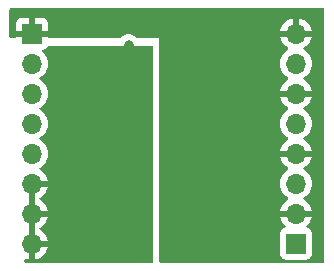
<source format=gbr>
%TF.GenerationSoftware,KiCad,Pcbnew,7.0.8-7.0.8~ubuntu22.04.1*%
%TF.CreationDate,2023-12-06T13:38:49-08:00*%
%TF.ProjectId,SolenoidDriver,536f6c65-6e6f-4696-9444-72697665722e,rev?*%
%TF.SameCoordinates,Original*%
%TF.FileFunction,Copper,L2,Bot*%
%TF.FilePolarity,Positive*%
%FSLAX46Y46*%
G04 Gerber Fmt 4.6, Leading zero omitted, Abs format (unit mm)*
G04 Created by KiCad (PCBNEW 7.0.8-7.0.8~ubuntu22.04.1) date 2023-12-06 13:38:49*
%MOMM*%
%LPD*%
G01*
G04 APERTURE LIST*
%TA.AperFunction,ComponentPad*%
%ADD10R,1.700000X1.700000*%
%TD*%
%TA.AperFunction,ComponentPad*%
%ADD11O,1.700000X1.700000*%
%TD*%
%TA.AperFunction,ViaPad*%
%ADD12C,0.800000*%
%TD*%
%TA.AperFunction,Conductor*%
%ADD13C,0.250000*%
%TD*%
G04 APERTURE END LIST*
D10*
%TO.P,J2,1,Pin_1*%
%TO.N,Net-(D4-A)*%
X103632000Y-62389000D03*
D11*
%TO.P,J2,2,Pin_2*%
%TO.N,+12V*%
X103632000Y-59849000D03*
%TO.P,J2,3,Pin_3*%
%TO.N,Net-(D3-A)*%
X103632000Y-57309000D03*
%TO.P,J2,4,Pin_4*%
%TO.N,+12V*%
X103632000Y-54769000D03*
%TO.P,J2,5,Pin_5*%
%TO.N,Net-(D2-A)*%
X103632000Y-52229000D03*
%TO.P,J2,6,Pin_6*%
%TO.N,+12V*%
X103632000Y-49689000D03*
%TO.P,J2,7,Pin_7*%
%TO.N,Net-(D1-A)*%
X103632000Y-47149000D03*
%TO.P,J2,8,Pin_8*%
%TO.N,+12V*%
X103632000Y-44609000D03*
%TD*%
D10*
%TO.P,J1,1,Pin_1*%
%TO.N,+12V*%
X81280000Y-44624000D03*
D11*
%TO.P,J1,2,Pin_2*%
%TO.N,Net-(J1-Pin_2)*%
X81280000Y-47164000D03*
%TO.P,J1,3,Pin_3*%
%TO.N,Net-(J1-Pin_3)*%
X81280000Y-49704000D03*
%TO.P,J1,4,Pin_4*%
%TO.N,Net-(J1-Pin_4)*%
X81280000Y-52244000D03*
%TO.P,J1,5,Pin_5*%
%TO.N,Net-(J1-Pin_5)*%
X81280000Y-54784000D03*
%TO.P,J1,6,Pin_6*%
%TO.N,GND*%
X81280000Y-57324000D03*
%TO.P,J1,7,Pin_7*%
X81280000Y-59864000D03*
%TO.P,J1,8,Pin_8*%
X81280000Y-62404000D03*
%TD*%
D12*
%TO.N,+12V*%
X99060000Y-44990000D03*
X99060000Y-50070000D03*
X99060000Y-53880000D03*
X99060000Y-57690000D03*
%TO.N,GND*%
X89535000Y-57690000D03*
X89535000Y-53880000D03*
X89535000Y-50705000D03*
X89467200Y-45557200D03*
X89535000Y-48165000D03*
X90805000Y-47530000D03*
%TD*%
D13*
%TO.N,GND*%
X89467200Y-45557200D02*
X89467200Y-46192200D01*
X89467200Y-46192200D02*
X89535000Y-46260000D01*
X89535000Y-48165000D02*
X88900000Y-48165000D01*
%TD*%
%TA.AperFunction,Conductor*%
%TO.N,GND*%
G36*
X91512539Y-45644685D02*
G01*
X91558294Y-45697489D01*
X91569500Y-45749000D01*
X91569500Y-63916000D01*
X91549815Y-63983039D01*
X91497011Y-64028794D01*
X91445500Y-64040000D01*
X80769000Y-64040000D01*
X80701961Y-64020315D01*
X80656206Y-63967511D01*
X80645000Y-63916000D01*
X80645000Y-63792095D01*
X80664685Y-63725056D01*
X80717489Y-63679301D01*
X80786647Y-63669357D01*
X80810772Y-63677380D01*
X80811428Y-63675581D01*
X80816516Y-63677433D01*
X81030000Y-63734634D01*
X81030000Y-62839501D01*
X81137685Y-62888680D01*
X81244237Y-62904000D01*
X81315763Y-62904000D01*
X81422315Y-62888680D01*
X81530000Y-62839501D01*
X81530000Y-63734633D01*
X81743483Y-63677433D01*
X81743492Y-63677429D01*
X81957578Y-63577600D01*
X82151082Y-63442105D01*
X82318105Y-63275082D01*
X82453600Y-63081578D01*
X82553429Y-62867492D01*
X82553432Y-62867486D01*
X82610636Y-62654000D01*
X81713686Y-62654000D01*
X81739493Y-62613844D01*
X81780000Y-62475889D01*
X81780000Y-62332111D01*
X81739493Y-62194156D01*
X81713686Y-62154000D01*
X82610636Y-62154000D01*
X82610635Y-62153999D01*
X82553432Y-61940513D01*
X82553429Y-61940507D01*
X82453600Y-61726422D01*
X82453599Y-61726420D01*
X82318113Y-61532926D01*
X82318108Y-61532920D01*
X82151082Y-61365894D01*
X81964968Y-61235575D01*
X81921344Y-61180998D01*
X81914151Y-61111499D01*
X81945673Y-61049145D01*
X81964968Y-61032425D01*
X82151082Y-60902105D01*
X82318105Y-60735082D01*
X82453600Y-60541578D01*
X82553429Y-60327492D01*
X82553432Y-60327486D01*
X82610636Y-60114000D01*
X81713686Y-60114000D01*
X81739493Y-60073844D01*
X81780000Y-59935889D01*
X81780000Y-59792111D01*
X81739493Y-59654156D01*
X81713686Y-59614000D01*
X82610636Y-59614000D01*
X82610635Y-59613999D01*
X82553432Y-59400513D01*
X82553429Y-59400507D01*
X82453600Y-59186422D01*
X82453599Y-59186420D01*
X82318113Y-58992926D01*
X82318108Y-58992920D01*
X82151082Y-58825894D01*
X81964968Y-58695575D01*
X81921344Y-58640998D01*
X81914151Y-58571499D01*
X81945673Y-58509145D01*
X81964968Y-58492425D01*
X82151082Y-58362105D01*
X82318105Y-58195082D01*
X82453600Y-58001578D01*
X82553429Y-57787492D01*
X82553432Y-57787486D01*
X82610636Y-57574000D01*
X81713686Y-57574000D01*
X81739493Y-57533844D01*
X81780000Y-57395889D01*
X81780000Y-57252111D01*
X81739493Y-57114156D01*
X81713686Y-57074000D01*
X82610636Y-57074000D01*
X82610635Y-57073999D01*
X82553432Y-56860513D01*
X82553429Y-56860507D01*
X82453600Y-56646422D01*
X82453599Y-56646420D01*
X82318113Y-56452926D01*
X82318108Y-56452920D01*
X82151078Y-56285890D01*
X81965405Y-56155879D01*
X81921780Y-56101302D01*
X81914588Y-56031804D01*
X81946110Y-55969449D01*
X81965406Y-55952730D01*
X82005771Y-55924466D01*
X82151401Y-55822495D01*
X82318495Y-55655401D01*
X82454035Y-55461830D01*
X82553903Y-55247663D01*
X82615063Y-55019408D01*
X82635659Y-54784000D01*
X82615063Y-54548592D01*
X82553903Y-54320337D01*
X82454035Y-54106171D01*
X82356016Y-53966184D01*
X82318494Y-53912597D01*
X82151402Y-53745506D01*
X82151396Y-53745501D01*
X81965842Y-53615575D01*
X81922217Y-53560998D01*
X81915023Y-53491500D01*
X81946546Y-53429145D01*
X81965842Y-53412425D01*
X82004907Y-53385071D01*
X82151401Y-53282495D01*
X82318495Y-53115401D01*
X82454035Y-52921830D01*
X82553903Y-52707663D01*
X82615063Y-52479408D01*
X82635659Y-52244000D01*
X82615063Y-52008592D01*
X82560480Y-51804882D01*
X82553905Y-51780344D01*
X82553904Y-51780343D01*
X82553903Y-51780337D01*
X82454035Y-51566171D01*
X82384506Y-51466872D01*
X82318494Y-51372597D01*
X82151402Y-51205506D01*
X82151396Y-51205501D01*
X81965842Y-51075575D01*
X81922217Y-51020998D01*
X81915023Y-50951500D01*
X81946546Y-50889145D01*
X81965842Y-50872425D01*
X82005771Y-50844466D01*
X82151401Y-50742495D01*
X82318495Y-50575401D01*
X82454035Y-50381830D01*
X82553903Y-50167663D01*
X82615063Y-49939408D01*
X82635659Y-49704000D01*
X82615063Y-49468592D01*
X82553903Y-49240337D01*
X82454035Y-49026171D01*
X82356016Y-48886184D01*
X82318494Y-48832597D01*
X82151402Y-48665506D01*
X82151396Y-48665501D01*
X81965842Y-48535575D01*
X81922217Y-48480998D01*
X81915023Y-48411500D01*
X81946546Y-48349145D01*
X81965842Y-48332425D01*
X82004907Y-48305071D01*
X82151401Y-48202495D01*
X82318495Y-48035401D01*
X82454035Y-47841830D01*
X82553903Y-47627663D01*
X82615063Y-47399408D01*
X82635659Y-47164000D01*
X82615063Y-46928592D01*
X82560480Y-46724882D01*
X82553905Y-46700344D01*
X82553904Y-46700343D01*
X82553903Y-46700337D01*
X82454035Y-46486171D01*
X82384505Y-46386872D01*
X82318496Y-46292600D01*
X82267205Y-46241309D01*
X82196567Y-46170671D01*
X82163084Y-46109351D01*
X82168068Y-46039659D01*
X82209939Y-45983725D01*
X82240915Y-45966810D01*
X82372331Y-45917796D01*
X82487546Y-45831546D01*
X82573796Y-45716331D01*
X82577774Y-45705666D01*
X82619646Y-45649733D01*
X82685110Y-45625316D01*
X82693956Y-45625000D01*
X91445500Y-45625000D01*
X91512539Y-45644685D01*
G37*
%TD.AperFunction*%
%TA.AperFunction,Conductor*%
G36*
X81530000Y-61968498D02*
G01*
X81422315Y-61919320D01*
X81315763Y-61904000D01*
X81244237Y-61904000D01*
X81137685Y-61919320D01*
X81030000Y-61968498D01*
X81030000Y-60299501D01*
X81137685Y-60348680D01*
X81244237Y-60364000D01*
X81315763Y-60364000D01*
X81422315Y-60348680D01*
X81530000Y-60299501D01*
X81530000Y-61968498D01*
G37*
%TD.AperFunction*%
%TA.AperFunction,Conductor*%
G36*
X81530000Y-59428498D02*
G01*
X81422315Y-59379320D01*
X81315763Y-59364000D01*
X81244237Y-59364000D01*
X81137685Y-59379320D01*
X81030000Y-59428498D01*
X81030000Y-57759501D01*
X81137685Y-57808680D01*
X81244237Y-57824000D01*
X81315763Y-57824000D01*
X81422315Y-57808680D01*
X81530000Y-57759501D01*
X81530000Y-59428498D01*
G37*
%TD.AperFunction*%
%TD*%
%TA.AperFunction,Conductor*%
%TO.N,+12V*%
G36*
X105386926Y-42450556D02*
G01*
X105409998Y-42450540D01*
X105410000Y-42450541D01*
X105410001Y-42450540D01*
X105422700Y-42450532D01*
X105435398Y-42450540D01*
X105435400Y-42450541D01*
X105435401Y-42450540D01*
X105458473Y-42450556D01*
X105461285Y-42450000D01*
X105921000Y-42450000D01*
X105988039Y-42469685D01*
X106033794Y-42522489D01*
X106045000Y-42574000D01*
X106045000Y-63916000D01*
X106025315Y-63983039D01*
X105972511Y-64028794D01*
X105921000Y-64040000D01*
X92199000Y-64040000D01*
X92131961Y-64020315D01*
X92086206Y-63967511D01*
X92075000Y-63916000D01*
X92075000Y-57309000D01*
X102276341Y-57309000D01*
X102296936Y-57544403D01*
X102296938Y-57544413D01*
X102358094Y-57772655D01*
X102358096Y-57772659D01*
X102358097Y-57772663D01*
X102365092Y-57787663D01*
X102457965Y-57986830D01*
X102457967Y-57986834D01*
X102566281Y-58141521D01*
X102593505Y-58180401D01*
X102760599Y-58347495D01*
X102941482Y-58474151D01*
X102946594Y-58477730D01*
X102990219Y-58532307D01*
X102997413Y-58601805D01*
X102965890Y-58664160D01*
X102946595Y-58680880D01*
X102760922Y-58810890D01*
X102760920Y-58810891D01*
X102593891Y-58977920D01*
X102593886Y-58977926D01*
X102458400Y-59171420D01*
X102458399Y-59171422D01*
X102358570Y-59385507D01*
X102358567Y-59385513D01*
X102301364Y-59598999D01*
X102301364Y-59599000D01*
X103198314Y-59599000D01*
X103172507Y-59639156D01*
X103132000Y-59777111D01*
X103132000Y-59920889D01*
X103172507Y-60058844D01*
X103198314Y-60099000D01*
X102301364Y-60099000D01*
X102358567Y-60312486D01*
X102358570Y-60312492D01*
X102458399Y-60526578D01*
X102593894Y-60720082D01*
X102715946Y-60842134D01*
X102749431Y-60903457D01*
X102744447Y-60973149D01*
X102702575Y-61029082D01*
X102671598Y-61045997D01*
X102539671Y-61095202D01*
X102539664Y-61095206D01*
X102424455Y-61181452D01*
X102424452Y-61181455D01*
X102338206Y-61296664D01*
X102338202Y-61296671D01*
X102287908Y-61431517D01*
X102281501Y-61491116D01*
X102281501Y-61491123D01*
X102281500Y-61491135D01*
X102281500Y-63286870D01*
X102281501Y-63286876D01*
X102287908Y-63346483D01*
X102338202Y-63481328D01*
X102338206Y-63481335D01*
X102424452Y-63596544D01*
X102424455Y-63596547D01*
X102539664Y-63682793D01*
X102539671Y-63682797D01*
X102674517Y-63733091D01*
X102674516Y-63733091D01*
X102681444Y-63733835D01*
X102734127Y-63739500D01*
X104529872Y-63739499D01*
X104589483Y-63733091D01*
X104724331Y-63682796D01*
X104839546Y-63596546D01*
X104925796Y-63481331D01*
X104976091Y-63346483D01*
X104982500Y-63286873D01*
X104982499Y-61491128D01*
X104976091Y-61431517D01*
X104925796Y-61296669D01*
X104925795Y-61296668D01*
X104925793Y-61296664D01*
X104839547Y-61181455D01*
X104839544Y-61181452D01*
X104724335Y-61095206D01*
X104724328Y-61095202D01*
X104592401Y-61045997D01*
X104536467Y-61004126D01*
X104512050Y-60938662D01*
X104526902Y-60870389D01*
X104548053Y-60842133D01*
X104670108Y-60720078D01*
X104805600Y-60526578D01*
X104905429Y-60312492D01*
X104905432Y-60312486D01*
X104962636Y-60099000D01*
X104065686Y-60099000D01*
X104091493Y-60058844D01*
X104132000Y-59920889D01*
X104132000Y-59777111D01*
X104091493Y-59639156D01*
X104065686Y-59599000D01*
X104962636Y-59599000D01*
X104962635Y-59598999D01*
X104905432Y-59385513D01*
X104905429Y-59385507D01*
X104805600Y-59171422D01*
X104805599Y-59171420D01*
X104670113Y-58977926D01*
X104670108Y-58977920D01*
X104503078Y-58810890D01*
X104317405Y-58680879D01*
X104273780Y-58626302D01*
X104266588Y-58556804D01*
X104298110Y-58494449D01*
X104317406Y-58477730D01*
X104503401Y-58347495D01*
X104670495Y-58180401D01*
X104806035Y-57986830D01*
X104905903Y-57772663D01*
X104967063Y-57544408D01*
X104987659Y-57309000D01*
X104967063Y-57073592D01*
X104905903Y-56845337D01*
X104806035Y-56631171D01*
X104670495Y-56437599D01*
X104670494Y-56437597D01*
X104503402Y-56270506D01*
X104503401Y-56270505D01*
X104317405Y-56140269D01*
X104273781Y-56085692D01*
X104266588Y-56016193D01*
X104298110Y-55953839D01*
X104317405Y-55937119D01*
X104503082Y-55807105D01*
X104670105Y-55640082D01*
X104805600Y-55446578D01*
X104905429Y-55232492D01*
X104905432Y-55232486D01*
X104962636Y-55019000D01*
X104065686Y-55019000D01*
X104091493Y-54978844D01*
X104132000Y-54840889D01*
X104132000Y-54697111D01*
X104091493Y-54559156D01*
X104065686Y-54519000D01*
X104962636Y-54519000D01*
X104962635Y-54518999D01*
X104905432Y-54305513D01*
X104905429Y-54305507D01*
X104805600Y-54091422D01*
X104805599Y-54091420D01*
X104670113Y-53897926D01*
X104670108Y-53897920D01*
X104503078Y-53730890D01*
X104317405Y-53600879D01*
X104273780Y-53546302D01*
X104266588Y-53476804D01*
X104298110Y-53414449D01*
X104317406Y-53397730D01*
X104503401Y-53267495D01*
X104670495Y-53100401D01*
X104806035Y-52906830D01*
X104905903Y-52692663D01*
X104967063Y-52464408D01*
X104987659Y-52229000D01*
X104967063Y-51993592D01*
X104905903Y-51765337D01*
X104806035Y-51551171D01*
X104762609Y-51489151D01*
X104670494Y-51357597D01*
X104503402Y-51190506D01*
X104503401Y-51190505D01*
X104317405Y-51060269D01*
X104273781Y-51005692D01*
X104266588Y-50936193D01*
X104298110Y-50873839D01*
X104317405Y-50857119D01*
X104503082Y-50727105D01*
X104670105Y-50560082D01*
X104805600Y-50366578D01*
X104905429Y-50152492D01*
X104905432Y-50152486D01*
X104962636Y-49939000D01*
X104065686Y-49939000D01*
X104091493Y-49898844D01*
X104132000Y-49760889D01*
X104132000Y-49617111D01*
X104091493Y-49479156D01*
X104065686Y-49439000D01*
X104962636Y-49439000D01*
X104962635Y-49438999D01*
X104905432Y-49225513D01*
X104905429Y-49225507D01*
X104805600Y-49011422D01*
X104805599Y-49011420D01*
X104670113Y-48817926D01*
X104670108Y-48817920D01*
X104503078Y-48650890D01*
X104317405Y-48520879D01*
X104273780Y-48466302D01*
X104266588Y-48396804D01*
X104298110Y-48334449D01*
X104317406Y-48317730D01*
X104503401Y-48187495D01*
X104670495Y-48020401D01*
X104806035Y-47826830D01*
X104905903Y-47612663D01*
X104967063Y-47384408D01*
X104987659Y-47149000D01*
X104967063Y-46913592D01*
X104905903Y-46685337D01*
X104806035Y-46471171D01*
X104786023Y-46442590D01*
X104670494Y-46277597D01*
X104503402Y-46110506D01*
X104503401Y-46110505D01*
X104317405Y-45980269D01*
X104273781Y-45925692D01*
X104266588Y-45856193D01*
X104298110Y-45793839D01*
X104317405Y-45777119D01*
X104503082Y-45647105D01*
X104670105Y-45480082D01*
X104805600Y-45286578D01*
X104905429Y-45072492D01*
X104905432Y-45072486D01*
X104962636Y-44859000D01*
X104065686Y-44859000D01*
X104091493Y-44818844D01*
X104132000Y-44680889D01*
X104132000Y-44537111D01*
X104091493Y-44399156D01*
X104065686Y-44359000D01*
X104962636Y-44359000D01*
X104962635Y-44358999D01*
X104905432Y-44145513D01*
X104905429Y-44145507D01*
X104805600Y-43931422D01*
X104805599Y-43931420D01*
X104670113Y-43737926D01*
X104670108Y-43737920D01*
X104503082Y-43570894D01*
X104309578Y-43435399D01*
X104095492Y-43335570D01*
X104095486Y-43335567D01*
X103882000Y-43278364D01*
X103882000Y-44173498D01*
X103774315Y-44124320D01*
X103667763Y-44109000D01*
X103596237Y-44109000D01*
X103489685Y-44124320D01*
X103382000Y-44173498D01*
X103382000Y-43278364D01*
X103381999Y-43278364D01*
X103168513Y-43335567D01*
X103168507Y-43335570D01*
X102954422Y-43435399D01*
X102954420Y-43435400D01*
X102760926Y-43570886D01*
X102760920Y-43570891D01*
X102593891Y-43737920D01*
X102593886Y-43737926D01*
X102458400Y-43931420D01*
X102458399Y-43931422D01*
X102358570Y-44145507D01*
X102358567Y-44145513D01*
X102301364Y-44358999D01*
X102301364Y-44359000D01*
X103198314Y-44359000D01*
X103172507Y-44399156D01*
X103132000Y-44537111D01*
X103132000Y-44680889D01*
X103172507Y-44818844D01*
X103198314Y-44859000D01*
X102301364Y-44859000D01*
X102358567Y-45072486D01*
X102358570Y-45072492D01*
X102458399Y-45286578D01*
X102593894Y-45480082D01*
X102760917Y-45647105D01*
X102946595Y-45777119D01*
X102990219Y-45831696D01*
X102997412Y-45901195D01*
X102965890Y-45963549D01*
X102946595Y-45980269D01*
X102760594Y-46110508D01*
X102593505Y-46277597D01*
X102457965Y-46471169D01*
X102457964Y-46471171D01*
X102358098Y-46685335D01*
X102358094Y-46685344D01*
X102296938Y-46913586D01*
X102296936Y-46913596D01*
X102276341Y-47148999D01*
X102276341Y-47149000D01*
X102296936Y-47384403D01*
X102296938Y-47384413D01*
X102358094Y-47612655D01*
X102358096Y-47612659D01*
X102358097Y-47612663D01*
X102365092Y-47627663D01*
X102457965Y-47826830D01*
X102457967Y-47826834D01*
X102558336Y-47970174D01*
X102593505Y-48020401D01*
X102760599Y-48187495D01*
X102941482Y-48314151D01*
X102946594Y-48317730D01*
X102990219Y-48372307D01*
X102997413Y-48441805D01*
X102965890Y-48504160D01*
X102946595Y-48520880D01*
X102760922Y-48650890D01*
X102760920Y-48650891D01*
X102593891Y-48817920D01*
X102593886Y-48817926D01*
X102458400Y-49011420D01*
X102458399Y-49011422D01*
X102358570Y-49225507D01*
X102358567Y-49225513D01*
X102301364Y-49438999D01*
X102301364Y-49439000D01*
X103198314Y-49439000D01*
X103172507Y-49479156D01*
X103132000Y-49617111D01*
X103132000Y-49760889D01*
X103172507Y-49898844D01*
X103198314Y-49939000D01*
X102301364Y-49939000D01*
X102358567Y-50152486D01*
X102358570Y-50152492D01*
X102458399Y-50366578D01*
X102593894Y-50560082D01*
X102760917Y-50727105D01*
X102946595Y-50857119D01*
X102990219Y-50911696D01*
X102997412Y-50981195D01*
X102965890Y-51043549D01*
X102946595Y-51060269D01*
X102760594Y-51190508D01*
X102593505Y-51357597D01*
X102457965Y-51551169D01*
X102457964Y-51551171D01*
X102358098Y-51765335D01*
X102358094Y-51765344D01*
X102296938Y-51993586D01*
X102296936Y-51993596D01*
X102276341Y-52228999D01*
X102276341Y-52229000D01*
X102296936Y-52464403D01*
X102296938Y-52464413D01*
X102358094Y-52692655D01*
X102358096Y-52692659D01*
X102358097Y-52692663D01*
X102365092Y-52707663D01*
X102457965Y-52906830D01*
X102457967Y-52906834D01*
X102566281Y-53061521D01*
X102593505Y-53100401D01*
X102760599Y-53267495D01*
X102875263Y-53347784D01*
X102946594Y-53397730D01*
X102990219Y-53452307D01*
X102997413Y-53521805D01*
X102965890Y-53584160D01*
X102946595Y-53600880D01*
X102760922Y-53730890D01*
X102760920Y-53730891D01*
X102593891Y-53897920D01*
X102593886Y-53897926D01*
X102458400Y-54091420D01*
X102458399Y-54091422D01*
X102358570Y-54305507D01*
X102358567Y-54305513D01*
X102301364Y-54518999D01*
X102301364Y-54519000D01*
X103198314Y-54519000D01*
X103172507Y-54559156D01*
X103132000Y-54697111D01*
X103132000Y-54840889D01*
X103172507Y-54978844D01*
X103198314Y-55019000D01*
X102301364Y-55019000D01*
X102358567Y-55232486D01*
X102358570Y-55232492D01*
X102458399Y-55446578D01*
X102593894Y-55640082D01*
X102760917Y-55807105D01*
X102946595Y-55937119D01*
X102990219Y-55991696D01*
X102997412Y-56061195D01*
X102965890Y-56123549D01*
X102946595Y-56140269D01*
X102760594Y-56270508D01*
X102593505Y-56437597D01*
X102457965Y-56631169D01*
X102457964Y-56631171D01*
X102358098Y-56845335D01*
X102358094Y-56845344D01*
X102296938Y-57073586D01*
X102296936Y-57073596D01*
X102276341Y-57308999D01*
X102276341Y-57309000D01*
X92075000Y-57309000D01*
X92075000Y-44990000D01*
X90223441Y-44990000D01*
X90156402Y-44970315D01*
X90131291Y-44948972D01*
X90102963Y-44917511D01*
X90073071Y-44884312D01*
X90073070Y-44884311D01*
X89919934Y-44773051D01*
X89919929Y-44773048D01*
X89747007Y-44696057D01*
X89747002Y-44696055D01*
X89601201Y-44665065D01*
X89561846Y-44656700D01*
X89372554Y-44656700D01*
X89340097Y-44663598D01*
X89187397Y-44696055D01*
X89187392Y-44696057D01*
X89014470Y-44773048D01*
X89014465Y-44773051D01*
X88861329Y-44884311D01*
X88803109Y-44948972D01*
X88743622Y-44985621D01*
X88710959Y-44990000D01*
X82754000Y-44990000D01*
X82686961Y-44970315D01*
X82641206Y-44917511D01*
X82632224Y-44876224D01*
X82630000Y-44874000D01*
X81713686Y-44874000D01*
X81739493Y-44833844D01*
X81780000Y-44695889D01*
X81780000Y-44552111D01*
X81739493Y-44414156D01*
X81713686Y-44374000D01*
X82630000Y-44374000D01*
X82630000Y-43726172D01*
X82629999Y-43726155D01*
X82623598Y-43666627D01*
X82623596Y-43666620D01*
X82573354Y-43531913D01*
X82573350Y-43531906D01*
X82487190Y-43416812D01*
X82487187Y-43416809D01*
X82372093Y-43330649D01*
X82372086Y-43330645D01*
X82237379Y-43280403D01*
X82237372Y-43280401D01*
X82177844Y-43274000D01*
X81530000Y-43274000D01*
X81530000Y-44188498D01*
X81422315Y-44139320D01*
X81315763Y-44124000D01*
X81244237Y-44124000D01*
X81137685Y-44139320D01*
X81030000Y-44188498D01*
X81030000Y-43274000D01*
X80382155Y-43274000D01*
X80322627Y-43280401D01*
X80322620Y-43280403D01*
X80187913Y-43330645D01*
X80187906Y-43330649D01*
X80072812Y-43416809D01*
X80072809Y-43416812D01*
X79986649Y-43531906D01*
X79986645Y-43531913D01*
X79936403Y-43666620D01*
X79936401Y-43666627D01*
X79930000Y-43726155D01*
X79930000Y-44374000D01*
X80846314Y-44374000D01*
X80820507Y-44414156D01*
X80780000Y-44552111D01*
X80780000Y-44695889D01*
X80820507Y-44833844D01*
X80846314Y-44874000D01*
X79930000Y-44874000D01*
X79926674Y-44877325D01*
X79910315Y-44933039D01*
X79857511Y-44978794D01*
X79806000Y-44990000D01*
X79499000Y-44990000D01*
X79431961Y-44970315D01*
X79386206Y-44917511D01*
X79375000Y-44866000D01*
X79375000Y-42574000D01*
X79394685Y-42506961D01*
X79447489Y-42461206D01*
X79499000Y-42450000D01*
X105384115Y-42450000D01*
X105386926Y-42450556D01*
G37*
%TD.AperFunction*%
%TD*%
M02*

</source>
